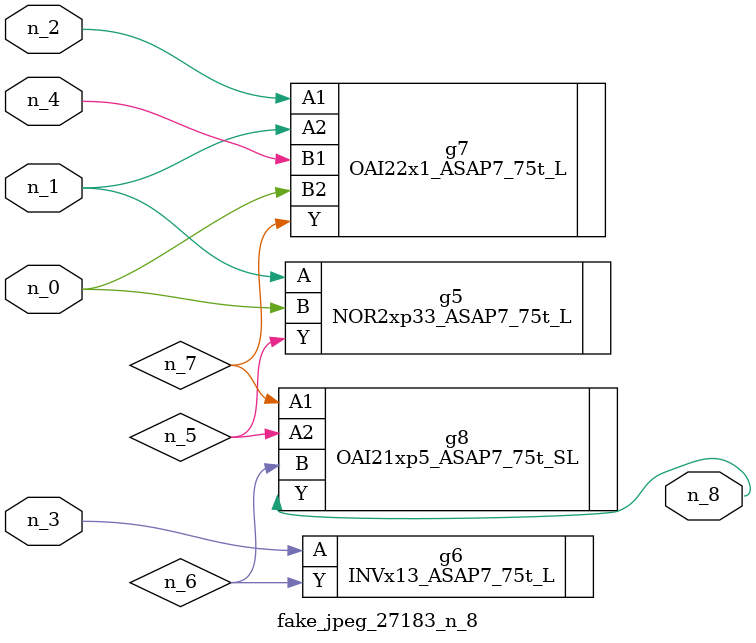
<source format=v>
module fake_jpeg_27183_n_8 (n_3, n_2, n_1, n_0, n_4, n_8);

input n_3;
input n_2;
input n_1;
input n_0;
input n_4;

output n_8;

wire n_6;
wire n_5;
wire n_7;

NOR2xp33_ASAP7_75t_L g5 ( 
.A(n_1),
.B(n_0),
.Y(n_5)
);

INVx13_ASAP7_75t_L g6 ( 
.A(n_3),
.Y(n_6)
);

OAI22x1_ASAP7_75t_L g7 ( 
.A1(n_2),
.A2(n_1),
.B1(n_4),
.B2(n_0),
.Y(n_7)
);

OAI21xp5_ASAP7_75t_SL g8 ( 
.A1(n_7),
.A2(n_5),
.B(n_6),
.Y(n_8)
);


endmodule
</source>
